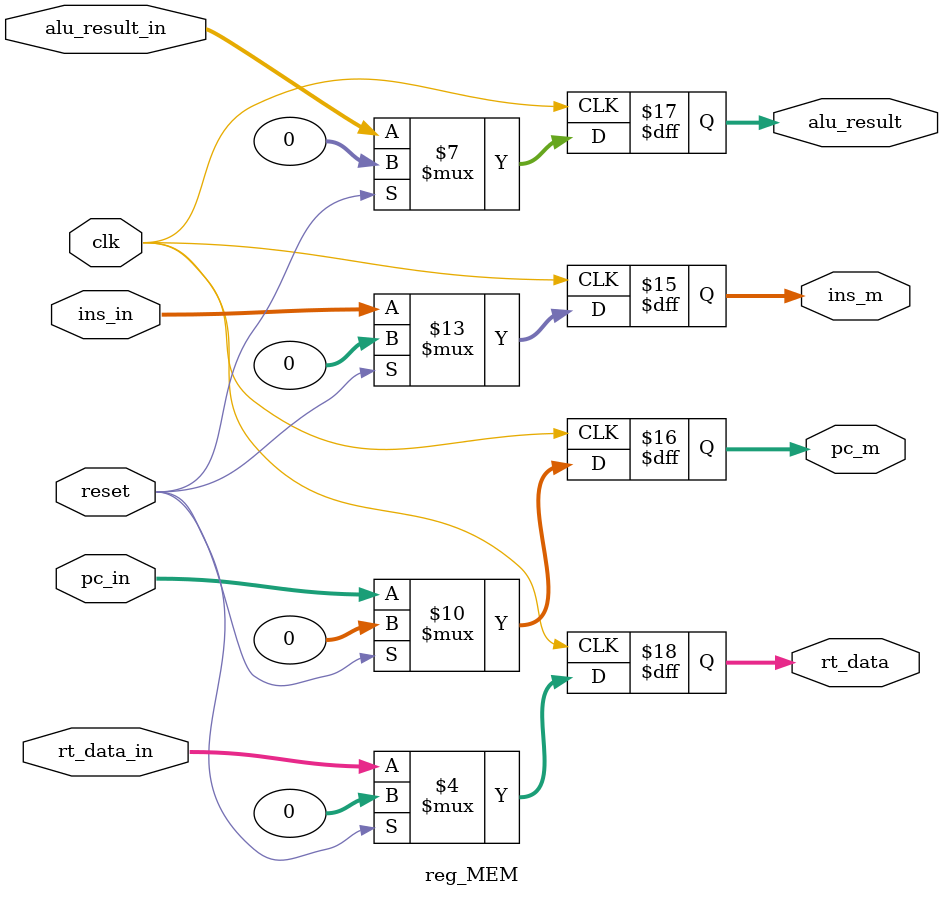
<source format=v>
`timescale 1ns / 1ps
module reg_MEM(
	input clk,
	input reset,

	input [31:0] ins_in,
	input [31:0] pc_in,
	input [31:0] alu_result_in,
	input [31:0] rt_data_in,
	
	output reg [31:0] ins_m,
	output reg [31:0] pc_m,
	output reg [31:0] alu_result,
	output reg [31:0] rt_data
    );
	
	always @(posedge clk) begin
		if(reset == 0) begin
			ins_m = ins_in;
			pc_m = pc_in;
			alu_result = alu_result_in;
			rt_data = rt_data_in;
		end
		
		else begin
			ins_m = 0;
			pc_m = 0;
			alu_result = 0;
			rt_data = 0;
		end
	end


endmodule

</source>
